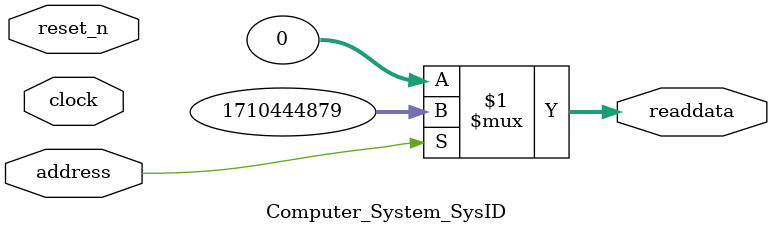
<source format=v>



// synthesis translate_off
`timescale 1ns / 1ps
// synthesis translate_on

// turn off superfluous verilog processor warnings 
// altera message_level Level1 
// altera message_off 10034 10035 10036 10037 10230 10240 10030 

module Computer_System_SysID (
               // inputs:
                address,
                clock,
                reset_n,

               // outputs:
                readdata
             )
;

  output  [ 31: 0] readdata;
  input            address;
  input            clock;
  input            reset_n;

  wire    [ 31: 0] readdata;
  //control_slave, which is an e_avalon_slave
  assign readdata = address ? 1710444879 : 0;

endmodule



</source>
